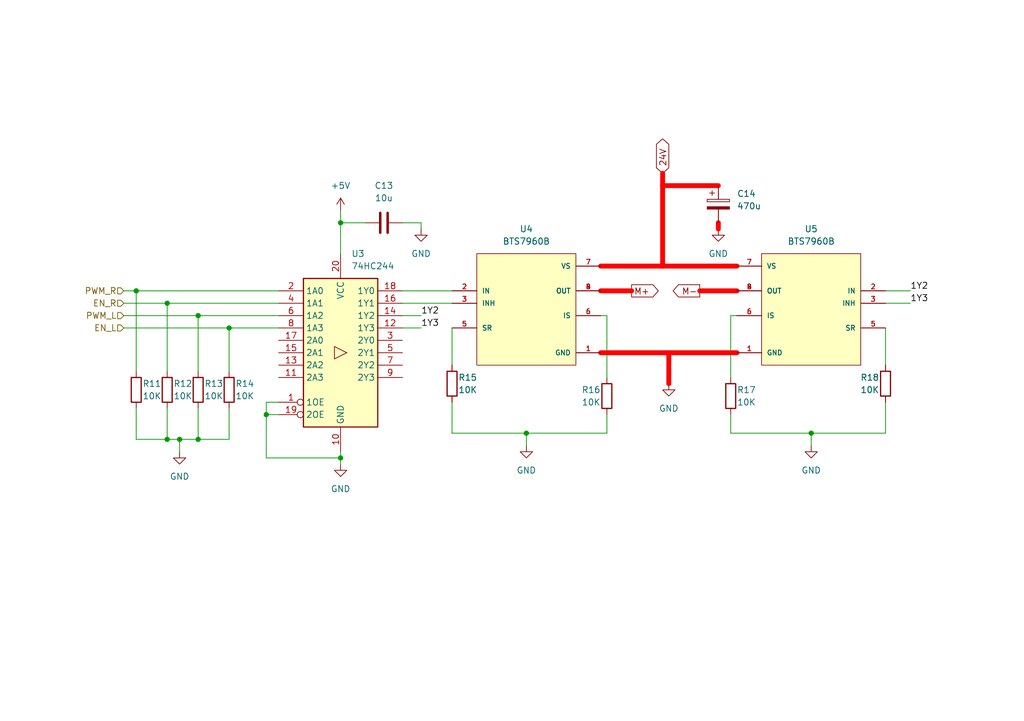
<source format=kicad_sch>
(kicad_sch (version 20231120) (generator "eeschema") (generator_version "8.0")
  (paper "A5")
  (title_block (title "BTS7960B") (date "2024-06-01"))
  (lib_symbols
    (symbol "74xx:74HC244"
      (property "Reference" "U" (at -7.62 16.51 0))
      (property "Value" "74HC244" (at -7.62 -16.51 0))
      (symbol "74HC244_1_0"
        (polyline (pts (xy 1.27 0) (xy -1.27 1.27) (xy -1.27 -1.27) (xy 1.27 0)) (stroke (width 0.1524)))
        (pin input inverted (at -12.7 -10.16 0) (length 5.08) (name "1OE") (number "1"))
        (pin power_in line (at 0 -20.32 90) (length 5.08) (name "GND") (number "10"))
        (pin input line (at -12.7 -5.08 0) (length 5.08) (name "2A3") (number "11"))
        (pin tri_state line (at 12.7 5.08 180) (length 5.08) (name "1Y3") (number "12"))
        (pin input line (at -12.7 -2.54 0) (length 5.08) (name "2A2") (number "13"))
        (pin tri_state line (at 12.7 7.62 180) (length 5.08) (name "1Y2") (number "14"))
        (pin input line (at -12.7 0 0) (length 5.08) (name "2A1") (number "15"))
        (pin tri_state line (at 12.7 10.16 180) (length 5.08) (name "1Y1") (number "16"))
        (pin input line (at -12.7 2.54 0) (length 5.08) (name "2A0") (number "17"))
        (pin tri_state line (at 12.7 12.7 180) (length 5.08) (name "1Y0") (number "18"))
        (pin input inverted (at -12.7 -12.7 0) (length 5.08) (name "2OE") (number "19"))
        (pin input line (at -12.7 12.7 0) (length 5.08) (name "1A0") (number "2"))
        (pin power_in line (at 0 20.32 270) (length 5.08) (name "VCC") (number "20"))
        (pin tri_state line (at 12.7 2.54 180) (length 5.08) (name "2Y0") (number "3"))
        (pin input line (at -12.7 10.16 0) (length 5.08) (name "1A1") (number "4"))
        (pin tri_state line (at 12.7 0 180) (length 5.08) (name "2Y1") (number "5"))
        (pin input line (at -12.7 7.62 0) (length 5.08) (name "1A2") (number "6"))
        (pin tri_state line (at 12.7 -2.54 180) (length 5.08) (name "2Y2") (number "7"))
        (pin input line (at -12.7 5.08 0) (length 5.08) (name "1A3") (number "8"))
        (pin tri_state line (at 12.7 -5.08 180) (length 5.08) (name "2Y3") (number "9"))
      )
      (symbol "74HC244_1_1"
        (rectangle (start -7.62 15.24) (end 7.62 -15.24) (stroke (width 0.254)) (fill (type background)))
      )
    )
    (symbol "BTS7960B:BTS7960B" (pin_names (offset 1.016))
      (property "Reference" "U" (at -10.16 10.922 0))
      (property "Value" "BTS7960B" (at -10.16 -15.24 0))
      (symbol "BTS7960B_0_0"
        (rectangle (start -10.16 -12.7) (end 10.16 10.16) (stroke (width 0.1524)) (fill (type background)))
        (pin power_in line (at 15.24 -10.16 180) (length 5.08) (name "GND") (number "1"))
        (pin input line (at -15.24 2.54 0) (length 5.08) (name "IN") (number "2"))
        (pin input line (at -15.24 0 0) (length 5.08) (name "INH") (number "3"))
        (pin output line (at 15.24 2.54 180) (length 5.08) (name "OUT") (number "4"))
        (pin input line (at -15.24 -5.08 0) (length 5.08) (name "SR") (number "5"))
        (pin output line (at 15.24 -2.54 180) (length 5.08) (name "IS") (number "6"))
        (pin power_in line (at 15.24 7.62 180) (length 5.08) (name "VS") (number "7"))
        (pin output line (at 15.24 2.54 180) (length 5.08) (name "OUT") (number "8"))
      )
    )
    (symbol "Device:C" (pin_numbers hide) (pin_names (offset 0.254))
      (property "Reference" "C" (at 0.635 2.54 0))
      (property "Value" "C" (at 0.635 -2.54 0))
      (symbol "C_0_1"
        (polyline (pts (xy -2.032 -0.762) (xy 2.032 -0.762)) (stroke (width 0.508)))
        (polyline (pts (xy -2.032 0.762) (xy 2.032 0.762)) (stroke (width 0.508)))
      )
      (symbol "C_1_1"
        (pin passive line (at 0 3.81 270) (length 2.794) (name "~") (number "1"))
        (pin passive line (at 0 -3.81 90) (length 2.794) (name "~") (number "2"))
      )
    )
    (symbol "Device:C_Polarized" (pin_numbers hide) (pin_names (offset 0.254))
      (property "Reference" "C" (at 0.635 2.54 0))
      (property "Value" "C_Polarized" (at 0.635 -2.54 0))
      (symbol "C_Polarized_0_1"
        (rectangle (start -2.286 0.508) (end 2.286 1.016))
        (polyline (pts (xy -1.778 2.286) (xy -0.762 2.286)))
        (polyline (pts (xy -1.27 2.794) (xy -1.27 1.778)))
        (rectangle (start 2.286 -0.508) (end -2.286 -1.016) (fill (type outline)))
      )
      (symbol "C_Polarized_1_1"
        (pin passive line (at 0 3.81 270) (length 2.794) (name "~") (number "1"))
        (pin passive line (at 0 -3.81 90) (length 2.794) (name "~") (number "2"))
      )
    )
    (symbol "Device:R" (pin_numbers hide) (pin_names (offset 0))
      (property "Reference" "R" (at 2.032 0 90))
      (property "Value" "R" (at 0 0 90))
      (symbol "R_0_1"
        (rectangle (start -1.016 -2.54) (end 1.016 2.54) (stroke (width 0.254)))
      )
      (symbol "R_1_1"
        (pin passive line (at 0 3.81 270) (length 1.27) (name "~") (number "1"))
        (pin passive line (at 0 -3.81 90) (length 1.27) (name "~") (number "2"))
      )
    )
    (symbol "power:+5V" (power) (pin_names (offset 0))
      (property "Value" "+5V" (at 0 3.556 0))
      (symbol "+5V_0_1"
        (polyline (pts (xy -0.762 1.27) (xy 0 2.54)))
        (polyline (pts (xy 0 0) (xy 0 2.54)))
        (polyline (pts (xy 0 2.54) (xy 0.762 1.27)))
      )
      (symbol "+5V_1_1"
        (pin power_in line (at 0 0 90) (length 0) hide (name "+5V") (number "1"))
      )
    )
    (symbol "power:GND" (power) (pin_names (offset 0))
      (property "Value" "GND" (at 0 -3.81 0))
      (symbol "GND_0_1"
        (polyline (pts (xy 0 0) (xy 0 -1.27) (xy 1.27 -1.27) (xy 0 -2.54) (xy -1.27 -1.27) (xy 0 -1.27)))
      )
      (symbol "GND_1_1"
        (pin power_in line (at 0 0 270) (length 0) hide (name "GND") (number "1"))
      )
    )
  )
  (junction (at 54.61 85.09))
  (junction (at 69.85 93.98))
  (junction (at 46.99 67.31))
  (junction (at 36.83 90.17))
  (junction (at 34.29 90.17))
  (junction (at 135.89 54.61) (diameter 0.5) (color 255 0 0 1))
  (junction (at 69.85 45.72))
  (junction (at 40.64 64.77))
  (junction (at 137.16 72.39) (diameter 0.5) (color 255 0 0 1))
  (junction (at 166.37 88.9))
  (junction (at 107.95 88.9))
  (junction (at 40.64 90.17))
  (junction (at 135.89 38.1) (diameter 0.5) (color 255 0 0 1))
  (junction (at 27.94 59.69))
  (junction (at 34.29 62.23))
  (wire (pts (xy 149.86 64.77) (xy 149.86 77.47)))
  (wire (pts (xy 34.29 62.23) (xy 57.15 62.23)))
  (wire (pts (xy 124.46 88.9) (xy 124.46 85.09)))
  (wire (pts (xy 123.19 54.61) (xy 135.89 54.61)) (stroke (width 1) (color 255 0 0 1)))
  (wire (pts (xy 82.55 64.77) (xy 86.36 64.77)))
  (wire (pts (xy 135.89 38.1) (xy 135.89 54.61)) (stroke (width 1) (color 255 0 0 1)))
  (wire (pts (xy 86.36 45.72) (xy 86.36 46.99)))
  (wire (pts (xy 40.64 90.17) (xy 46.99 90.17)))
  (wire (pts (xy 27.94 59.69) (xy 27.94 76.2)))
  (wire (pts (xy 82.55 62.23) (xy 92.71 62.23)))
  (wire (pts (xy 135.89 35.56) (xy 135.89 38.1)) (stroke (width 1) (color 255 0 0 1)))
  (wire (pts (xy 25.4 62.23) (xy 34.29 62.23)))
  (wire (pts (xy 57.15 85.09) (xy 54.61 85.09)))
  (wire (pts (xy 25.4 59.69) (xy 27.94 59.69)))
  (wire (pts (xy 25.4 67.31) (xy 46.99 67.31)))
  (wire (pts (xy 69.85 45.72) (xy 69.85 52.07)))
  (wire (pts (xy 69.85 92.71) (xy 69.85 93.98)))
  (wire (pts (xy 27.94 83.82) (xy 27.94 90.17)))
  (wire (pts (xy 82.55 67.31) (xy 86.36 67.31)))
  (wire (pts (xy 82.55 45.72) (xy 86.36 45.72)))
  (wire (pts (xy 34.29 62.23) (xy 34.29 76.2)))
  (wire (pts (xy 107.95 88.9) (xy 107.95 91.44)))
  (wire (pts (xy 34.29 90.17) (xy 36.83 90.17)))
  (wire (pts (xy 54.61 85.09) (xy 54.61 82.55)))
  (wire (pts (xy 123.19 59.69) (xy 129.54 59.69)) (stroke (width 1) (color 255 0 0 1)))
  (wire (pts (xy 147.32 45.72) (xy 147.32 46.99)) (stroke (width 1) (color 255 0 0 1)))
  (wire (pts (xy 46.99 67.31) (xy 46.99 76.2)))
  (wire (pts (xy 107.95 88.9) (xy 124.46 88.9)))
  (wire (pts (xy 69.85 45.72) (xy 74.93 45.72)))
  (wire (pts (xy 36.83 92.71) (xy 36.83 90.17)))
  (wire (pts (xy 143.51 59.69) (xy 151.13 59.69)) (stroke (width 1) (color 255 0 0 1)))
  (wire (pts (xy 123.19 72.39) (xy 137.16 72.39)) (stroke (width 1) (color 255 0 0 1)))
  (wire (pts (xy 181.61 67.31) (xy 181.61 74.93)))
  (wire (pts (xy 69.85 93.98) (xy 69.85 95.25)))
  (wire (pts (xy 40.64 64.77) (xy 40.64 76.2)))
  (wire (pts (xy 151.13 64.77) (xy 149.86 64.77)))
  (wire (pts (xy 40.64 83.82) (xy 40.64 90.17)))
  (wire (pts (xy 92.71 82.55) (xy 92.71 88.9)))
  (wire (pts (xy 25.4 64.77) (xy 40.64 64.77)))
  (wire (pts (xy 54.61 82.55) (xy 57.15 82.55)))
  (wire (pts (xy 46.99 90.17) (xy 46.99 83.82)))
  (wire (pts (xy 149.86 85.09) (xy 149.86 88.9)))
  (wire (pts (xy 135.89 54.61) (xy 151.13 54.61)) (stroke (width 1) (color 255 0 0 1)))
  (wire (pts (xy 27.94 59.69) (xy 57.15 59.69)))
  (wire (pts (xy 149.86 88.9) (xy 166.37 88.9)))
  (wire (pts (xy 69.85 43.18) (xy 69.85 45.72)))
  (wire (pts (xy 69.85 93.98) (xy 54.61 93.98)))
  (wire (pts (xy 124.46 64.77) (xy 124.46 77.47)))
  (wire (pts (xy 181.61 59.69) (xy 186.69 59.69)))
  (wire (pts (xy 40.64 64.77) (xy 57.15 64.77)))
  (wire (pts (xy 137.16 72.39) (xy 151.13 72.39)) (stroke (width 1) (color 255 0 0 1)))
  (wire (pts (xy 135.89 38.1) (xy 147.32 38.1)) (stroke (width 1) (color 255 0 0 1)))
  (wire (pts (xy 46.99 67.31) (xy 57.15 67.31)))
  (wire (pts (xy 92.71 67.31) (xy 92.71 74.93)))
  (wire (pts (xy 27.94 90.17) (xy 34.29 90.17)))
  (wire (pts (xy 166.37 88.9) (xy 166.37 91.44)))
  (wire (pts (xy 54.61 93.98) (xy 54.61 85.09)))
  (wire (pts (xy 36.83 90.17) (xy 40.64 90.17)))
  (wire (pts (xy 166.37 88.9) (xy 181.61 88.9)))
  (wire (pts (xy 181.61 88.9) (xy 181.61 82.55)))
  (wire (pts (xy 82.55 59.69) (xy 92.71 59.69)))
  (wire (pts (xy 181.61 62.23) (xy 186.69 62.23)))
  (wire (pts (xy 123.19 64.77) (xy 124.46 64.77)))
  (wire (pts (xy 34.29 83.82) (xy 34.29 90.17)))
  (wire (pts (xy 92.71 88.9) (xy 107.95 88.9)))
  (wire (pts (xy 137.16 72.39) (xy 137.16 78.74)) (stroke (width 1) (color 255 0 0 1)))
  (label "1Y3" (at 86.36 67.31 0))
  (label "1Y2" (at 186.69 59.69 0))
  (label "1Y3" (at 186.69 62.23 0))
  (label "1Y2" (at 86.36 64.77 0))
  (global_label "M-" (shape output) (at 143.51 59.69 180) (property "Intersheetrefs" "${INTERSHEET_REFS}" (effects (hide yes))))
  (global_label "24V" (shape bidirectional) (at 135.89 35.56 90) (property "Intersheetrefs" "${INTERSHEET_REFS}" (effects (hide yes))))
  (global_label "M+" (shape output) (at 129.54 59.69 0) (property "Intersheetrefs" "${INTERSHEET_REFS}" (effects (hide yes))))
  (hierarchical_label "PWM_R" (shape input) (at 25.4 59.69 180))
  (hierarchical_label "PWM_L" (shape input) (at 25.4 64.77 180))
  (hierarchical_label "EN_R" (shape input) (at 25.4 62.23 180))
  (hierarchical_label "EN_L" (shape input) (at 25.4 67.31 180))
  (symbol (lib_id "Device:C_Polarized") (at 147.32 41.91 0) (unit 1)
    (property "Reference" "C14" (at 151.13 39.751 0) (effects (justify left)))
    (property "Value" "470u" (at 151.13 42.291 0) (effects (justify left)))
    (property "Footprint" "Capacitor_THT:CP_Radial_D10.0mm_P7.50mm" (effects (hide yes)))
    (property "LKCL" "CL08356" (effects (hide yes)))
  )
  (symbol (lib_id "BTS7960B:BTS7960B") (at 166.37 62.23 0) (mirror y) (unit 1)
    (property "Reference" "U5" (at 166.37 46.99 0))
    (property "Value" "BTS7960B" (at 166.37 49.53 0))
    (property "Footprint" "Package_TO_SOT_SMD:TO-263-7_TabPin4" (effects (hide yes)))
    (property "Description" "\nHalf Bridge Driver DC Motors, General Purpose DMOS PG-TO263-7-1\n" (effects (hide yes)))
    (property "MF" "Infineon" (effects (hide yes)))
    (property "MAXIMUM_PACKAGE_HEIGHT" "4.4mm" (effects (hide yes)))
    (property "Package" "TO-263 Infineon" (effects (hide yes)))
    (property "Price" "None" (effects (hide yes)))
    (property "Check_prices" "https://www.snapeda.com/parts/BTS7960B/Infineon+Technologies/view-part/?ref=eda" (effects (hide yes)))
    (property "STANDARD" "IPC-7351B" (effects (hide yes)))
    (property "PARTREV" "1.1" (effects (hide yes)))
    (property "SnapEDA_Link" "https://www.snapeda.com/parts/BTS7960B/Infineon+Technologies/view-part/?ref=snap" (effects (hide yes)))
    (property "MP" "BTS7960B" (effects (hide yes)))
    (property "Purchase-URL" "https://www.snapeda.com/api/url_track_click_mouser/?unipart_id=567474&manufacturer=Infineon&part_name=BTS7960B&search_term=bts7960" (effects (hide yes)))
    (property "Availability" "In Stock" (effects (hide yes)))
    (property "MANUFACTURER" "Infineon" (effects (hide yes)))
  )
  (symbol (lib_id "Device:R") (at 181.61 78.74 0) (mirror y) (unit 1)
    (property "Reference" "R18" (at 180.34 77.47 0) (effects (justify left)))
    (property "Value" "10K" (at 180.34 80.01 0) (effects (justify left)))
    (property "Footprint" "Res_SMD:R_0603" (effects (hide yes)))
  )
  (symbol (lib_id "Device:R") (at 149.86 81.28 0) (unit 1)
    (property "Reference" "R17" (at 151.13 80.01 0) (effects (justify left)))
    (property "Value" "10K" (at 151.13 82.55 0) (effects (justify left)))
    (property "Footprint" "Res_SMD:R_0603" (effects (hide yes)))
  )
  (symbol (lib_id "power:GND") (at 137.16 78.74 0) (unit 1)
    (property "Reference" "#PWR026" (effects (hide yes)))
    (property "Value" "GND" (at 137.16 83.82 0))
  )
  (symbol (lib_id "74xx:74HC244") (at 69.85 72.39 0) (unit 1)
    (property "Reference" "U3" (at 72.0441 52.07 0) (effects (justify left)))
    (property "Value" "74HC244" (at 72.0441 54.61 0) (effects (justify left)))
    (property "Footprint" "Package_SO:SOP-20_7.5x12.8mm_P1.27mm" (effects (hide yes)))
    (property "Datasheet" "https://assets.nexperia.com/documents/data-sheet/74HC_HCT244.pdf" (effects (hide yes)))
  )
  (symbol (lib_id "power:GND") (at 147.32 46.99 0) (unit 1)
    (property "Reference" "#PWR027" (effects (hide yes)))
    (property "Value" "GND" (at 147.32 52.07 0))
  )
  (symbol (lib_id "Device:C") (at 78.74 45.72 90) (unit 1)
    (property "Reference" "C13" (at 78.74 38.1 90))
    (property "Value" "10u" (at 78.74 40.64 90))
    (property "Footprint" "Cap_SMD:C_0603" (effects (hide yes)))
    (property "LKCL" "CLA4107" (effects (hide yes)))
  )
  (symbol (lib_id "Device:R") (at 27.94 80.01 0) (unit 1)
    (property "Reference" "R11" (at 29.21 78.74 0) (effects (justify left)))
    (property "Value" "10K" (at 29.21 81.28 0) (effects (justify left)))
    (property "Footprint" "Res_SMD:R_0603" (effects (hide yes)))
  )
  (symbol (lib_id "power:GND") (at 69.85 95.25 0) (unit 1)
    (property "Reference" "#PWR023" (effects (hide yes)))
    (property "Value" "GND" (at 69.85 100.33 0))
  )
  (symbol (lib_id "Device:R") (at 92.71 78.74 0) (unit 1)
    (property "Reference" "R15" (at 93.98 77.47 0) (effects (justify left)))
    (property "Value" "10K" (at 93.98 80.01 0) (effects (justify left)))
    (property "Footprint" "Res_SMD:R_0603" (effects (hide yes)))
  )
  (symbol (lib_id "power:GND") (at 36.83 92.71 0) (unit 1)
    (property "Reference" "#PWR021" (effects (hide yes)))
    (property "Value" "GND" (at 36.83 97.79 0))
  )
  (symbol (lib_id "power:GND") (at 107.95 91.44 0) (unit 1)
    (property "Reference" "#PWR025" (effects (hide yes)))
    (property "Value" "GND" (at 107.95 96.52 0))
  )
  (symbol (lib_id "Device:R") (at 40.64 80.01 0) (unit 1)
    (property "Reference" "R13" (at 41.91 78.74 0) (effects (justify left)))
    (property "Value" "10K" (at 41.91 81.28 0) (effects (justify left)))
    (property "Footprint" "Res_SMD:R_0603" (effects (hide yes)))
  )
  (symbol (lib_id "power:GND") (at 86.36 46.99 0) (unit 1)
    (property "Reference" "#PWR024" (effects (hide yes)))
    (property "Value" "GND" (at 86.36 52.07 0))
  )
  (symbol (lib_id "Device:R") (at 46.99 80.01 0) (unit 1)
    (property "Reference" "R14" (at 48.26 78.74 0) (effects (justify left)))
    (property "Value" "10K" (at 48.26 81.28 0) (effects (justify left)))
    (property "Footprint" "Res_SMD:R_0603" (effects (hide yes)))
  )
  (symbol (lib_id "Device:R") (at 124.46 81.28 0) (mirror y) (unit 1)
    (property "Reference" "R16" (at 123.19 80.01 0) (effects (justify left)))
    (property "Value" "10K" (at 123.19 82.55 0) (effects (justify left)))
    (property "Footprint" "Res_SMD:R_0603" (effects (hide yes)))
  )
  (symbol (lib_id "power:+5V") (at 69.85 43.18 0) (unit 1)
    (property "Reference" "#PWR022" (effects (hide yes)))
    (property "Value" "+5V" (at 69.85 38.1 0))
  )
  (symbol (lib_id "Device:R") (at 34.29 80.01 0) (unit 1)
    (property "Reference" "R12" (at 35.56 78.74 0) (effects (justify left)))
    (property "Value" "10K" (at 35.56 81.28 0) (effects (justify left)))
    (property "Footprint" "Res_SMD:R_0603" (effects (hide yes)))
  )
  (symbol (lib_id "BTS7960B:BTS7960B") (at 107.95 62.23 0) (unit 1)
    (property "Reference" "U4" (at 107.95 46.99 0))
    (property "Value" "BTS7960B" (at 107.95 49.53 0))
    (property "Footprint" "Package_TO_SOT_SMD:TO-263-7_TabPin4" (effects (hide yes)))
    (property "Description" "\nHalf Bridge Driver DC Motors, General Purpose DMOS PG-TO263-7-1\n" (effects (hide yes)))
    (property "MF" "Infineon" (effects (hide yes)))
    (property "MAXIMUM_PACKAGE_HEIGHT" "4.4mm" (effects (hide yes)))
    (property "Package" "TO-263 Infineon" (effects (hide yes)))
    (property "Price" "None" (effects (hide yes)))
    (property "Check_prices" "https://www.snapeda.com/parts/BTS7960B/Infineon+Technologies/view-part/?ref=eda" (effects (hide yes)))
    (property "STANDARD" "IPC-7351B" (effects (hide yes)))
    (property "PARTREV" "1.1" (effects (hide yes)))
    (property "SnapEDA_Link" "https://www.snapeda.com/parts/BTS7960B/Infineon+Technologies/view-part/?ref=snap" (effects (hide yes)))
    (property "MP" "BTS7960B" (effects (hide yes)))
    (property "Purchase-URL" "https://www.snapeda.com/api/url_track_click_mouser/?unipart_id=567474&manufacturer=Infineon&part_name=BTS7960B&search_term=bts7960" (effects (hide yes)))
    (property "Availability" "In Stock" (effects (hide yes)))
    (property "MANUFACTURER" "Infineon" (effects (hide yes)))
  )
  (symbol (lib_id "power:GND") (at 166.37 91.44 0) (unit 1)
    (property "Reference" "#PWR028" (effects (hide yes)))
    (property "Value" "GND" (at 166.37 96.52 0))
  )
)
</source>
